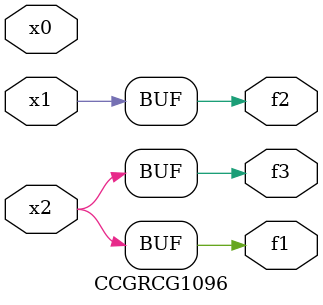
<source format=v>
module CCGRCG1096(
	input x0, x1, x2,
	output f1, f2, f3
);
	assign f1 = x2;
	assign f2 = x1;
	assign f3 = x2;
endmodule

</source>
